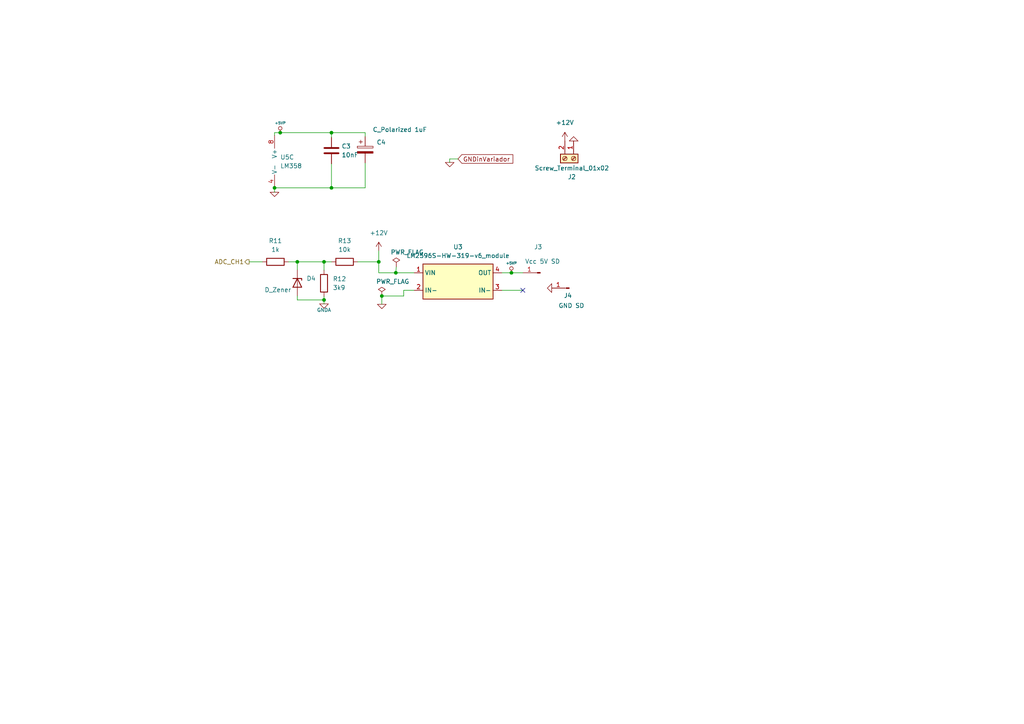
<source format=kicad_sch>
(kicad_sch (version 20211123) (generator eeschema)
  (paper "A4")
  (title_block (title "Datalogger para SCTV") (date "2023-10-20") (rev "1.0") (company "Servicio Meteorológico Nacional - FIUBA - UBA") (comment 1 "poner repo") (comment 2 "Autores y Licencia del poncho: Cristian Aranda (FIUBA), ver archivo licence.txt") (comment 3 "Autor del poncho: Cristian Zozimo Aranda Cordero.  Ver directorio \"doc\"") (comment 4 "CÓDIGO PONCHO: DT1"))
  (lib_symbols
    (symbol "Amplifier_Operational:LM358" (pin_names (offset 0.127))
      (property "Reference" "U" (at 0 5.08 0))
      (property "Value" "LM358" (at 0 -5.08 0))
      (symbol "LM358_1_1"
        (polyline (pts (xy -5.08 5.08) (xy 5.08 0) (xy -5.08 -5.08) (xy -5.08 5.08)) (stroke (width 0.254)) (fill (type background)))
        (pin output line (at 7.62 0 180) (length 2.54) (name "~") (number "1"))
        (pin input line (at -7.62 -2.54 0) (length 2.54) (name "-") (number "2"))
        (pin input line (at -7.62 2.54 0) (length 2.54) (name "+") (number "3"))
      )
      (symbol "LM358_2_1"
        (polyline (pts (xy -5.08 5.08) (xy 5.08 0) (xy -5.08 -5.08) (xy -5.08 5.08)) (stroke (width 0.254)) (fill (type background)))
        (pin input line (at -7.62 2.54 0) (length 2.54) (name "+") (number "5"))
        (pin input line (at -7.62 -2.54 0) (length 2.54) (name "-") (number "6"))
        (pin output line (at 7.62 0 180) (length 2.54) (name "~") (number "7"))
      )
      (symbol "LM358_3_1"
        (pin power_in line (at -2.54 -7.62 90) (length 3.81) (name "V-") (number "4"))
        (pin power_in line (at -2.54 7.62 270) (length 3.81) (name "V+") (number "8"))
      )
    )
    (symbol "Connector:Conn_01x01_Male" (pin_names (offset 1.016) hide)
      (property "Reference" "J" (at 0 2.54 0))
      (property "Value" "Conn_01x01_Male" (at 0 -2.54 0))
      (symbol "Conn_01x01_Male_1_1"
        (polyline (pts (xy 1.27 0) (xy 0.8636 0)) (stroke (width 0.1524)))
        (rectangle (start 0.8636 0.127) (end 0 -0.127) (stroke (width 0.1524)) (fill (type outline)))
        (pin passive line (at 5.08 0 180) (length 3.81) (name "Pin_1") (number "1"))
      )
    )
    (symbol "Connector:Screw_Terminal_01x02" (pin_names (offset 1.016) hide)
      (property "Reference" "J" (at 0 2.54 0))
      (property "Value" "Screw_Terminal_01x02" (at 0 -5.08 0))
      (symbol "Screw_Terminal_01x02_1_1"
        (rectangle (start -1.27 1.27) (end 1.27 -3.81) (stroke (width 0.254)) (fill (type background)))
        (circle (center 0 -2.54) (radius 0.635) (stroke (width 0.1524)))
        (polyline (pts (xy -0.5334 -2.2098) (xy 0.3302 -3.048)) (stroke (width 0.1524)))
        (polyline (pts (xy -0.5334 0.3302) (xy 0.3302 -0.508)) (stroke (width 0.1524)))
        (polyline (pts (xy -0.3556 -2.032) (xy 0.508 -2.8702)) (stroke (width 0.1524)))
        (polyline (pts (xy -0.3556 0.508) (xy 0.508 -0.3302)) (stroke (width 0.1524)))
        (circle (center 0 0) (radius 0.635) (stroke (width 0.1524)))
        (pin passive line (at -5.08 0 0) (length 3.81) (name "Pin_1") (number "1"))
        (pin passive line (at -5.08 -2.54 0) (length 3.81) (name "Pin_2") (number "2"))
      )
    )
    (symbol "Device:C" (pin_numbers hide) (pin_names (offset 0.254))
      (property "Reference" "C" (at 0.635 2.54 0))
      (property "Value" "C" (at 0.635 -2.54 0))
      (symbol "C_0_1"
        (polyline (pts (xy -2.032 -0.762) (xy 2.032 -0.762)) (stroke (width 0.508)))
        (polyline (pts (xy -2.032 0.762) (xy 2.032 0.762)) (stroke (width 0.508)))
      )
      (symbol "C_1_1"
        (pin passive line (at 0 3.81 270) (length 2.794) (name "~") (number "1"))
        (pin passive line (at 0 -3.81 90) (length 2.794) (name "~") (number "2"))
      )
    )
    (symbol "Device:C_Polarized" (pin_numbers hide) (pin_names (offset 0.254))
      (property "Reference" "C" (at 0.635 2.54 0))
      (property "Value" "C_Polarized" (at 0.635 -2.54 0))
      (symbol "C_Polarized_0_1"
        (rectangle (start -2.286 0.508) (end 2.286 1.016))
        (polyline (pts (xy -1.778 2.286) (xy -0.762 2.286)))
        (polyline (pts (xy -1.27 2.794) (xy -1.27 1.778)))
        (rectangle (start 2.286 -0.508) (end -2.286 -1.016) (fill (type outline)))
      )
      (symbol "C_Polarized_1_1"
        (pin passive line (at 0 3.81 270) (length 2.794) (name "~") (number "1"))
        (pin passive line (at 0 -3.81 90) (length 2.794) (name "~") (number "2"))
      )
    )
    (symbol "Device:D_Zener" (pin_numbers hide) (pin_names (offset 1.016) hide)
      (property "Reference" "D" (at 0 2.54 0))
      (property "Value" "D_Zener" (at 0 -2.54 0))
      (symbol "D_Zener_0_1"
        (polyline (pts (xy 1.27 0) (xy -1.27 0)))
        (polyline (pts (xy -1.27 -1.27) (xy -1.27 1.27) (xy -0.762 1.27)) (stroke (width 0.254)))
        (polyline (pts (xy 1.27 -1.27) (xy 1.27 1.27) (xy -1.27 0) (xy 1.27 -1.27)) (stroke (width 0.254)))
      )
      (symbol "D_Zener_1_1"
        (pin passive line (at -3.81 0 0) (length 2.54) (name "K") (number "1"))
        (pin passive line (at 3.81 0 180) (length 2.54) (name "A") (number "2"))
      )
    )
    (symbol "Device:R" (pin_numbers hide) (pin_names (offset 0))
      (property "Reference" "R" (at 2.032 0 90))
      (property "Value" "R" (at 0 0 90))
      (symbol "R_0_1"
        (rectangle (start -1.016 -2.54) (end 1.016 2.54) (stroke (width 0.254)))
      )
      (symbol "R_1_1"
        (pin passive line (at 0 3.81 270) (length 1.27) (name "~") (number "1"))
        (pin passive line (at 0 -3.81 90) (length 1.27) (name "~") (number "2"))
      )
    )
    (symbol "Misc_Poncho_Grande:+5VP" (power) (pin_names (offset 1.016))
      (property "Value" "+5VP" (at 0 2.286 0))
      (symbol "+5VP_0_0"
        (pin power_in line (at 0 0 90) (length 0) hide (name "+5VP") (number "1"))
      )
      (symbol "+5VP_0_1"
        (polyline (pts (xy 0 0) (xy 0 0.762) (xy 0 0.762) (xy 0 0.762)))
        (circle (center 0 1.27) (radius 0.508))
      )
    )
    (symbol "Misc_Poncho_Grande:GND" (power) (pin_names (offset 0))
      (symbol "GND_0_1"
        (polyline (pts (xy -1.27 0) (xy 0 -1.27) (xy 1.27 0) (xy -1.27 0)))
      )
      (symbol "GND_1_1"
        (pin power_in line (at 0 0 90) (length 0) hide (name "GND") (number "1"))
      )
    )
    (symbol "Misc_Poncho_Grande:GNDA" (power) (pin_names (offset 0))
      (property "Value" "GNDA" (at 0 -1.778 0))
      (symbol "GNDA_0_1"
        (polyline (pts (xy -1.27 0) (xy 0 -1.27) (xy 1.27 0) (xy -1.27 0)))
      )
      (symbol "GNDA_1_1"
        (pin power_in line (at 0 0 90) (length 0) hide (name "GNDA") (number "1"))
      )
    )
    (symbol "New_Library:LM2596S-HW-319-v6_module"
      (property "Reference" "U3" (at 0 21.971 0))
      (property "Value" "LM2596S-HW-319-v6_module" (at 0 19.431 0))
      (symbol "LM2596S-HW-319-v6_module_0_1"
        (rectangle (start -10.16 16.51) (end 10.16 6.35) (stroke (width 0.254)) (fill (type background)))
      )
      (symbol "LM2596S-HW-319-v6_module_1_1"
        (pin power_in line (at -12.7 13.97 0) (length 2.54) (name "VIN") (number "1"))
        (pin power_in line (at -12.7 8.89 0) (length 2.54) (name "IN-") (number "2"))
        (pin power_out line (at 12.7 8.89 180) (length 2.54) (name "IN-") (number "3"))
        (pin power_out line (at 12.7 13.97 180) (length 2.54) (name "OUT") (number "4"))
      )
    )
    (symbol "power:+12V" (power) (pin_names (offset 0))
      (property "Value" "+12V" (at 0 3.556 0))
      (symbol "+12V_0_1"
        (polyline (pts (xy -0.762 1.27) (xy 0 2.54)))
        (polyline (pts (xy 0 0) (xy 0 2.54)))
        (polyline (pts (xy 0 2.54) (xy 0.762 1.27)))
      )
      (symbol "+12V_1_1"
        (pin power_in line (at 0 0 90) (length 0) hide (name "+12V") (number "1"))
      )
    )
    (symbol "power:PWR_FLAG" (power) (pin_numbers hide) (pin_names (offset 0) hide)
      (property "Value" "PWR_FLAG" (at 0 3.81 0))
      (symbol "PWR_FLAG_0_0"
        (pin power_out line (at 0 0 90) (length 0) (name "pwr") (number "1"))
      )
      (symbol "PWR_FLAG_0_1"
        (polyline (pts (xy 0 0) (xy 0 1.27) (xy -1.016 1.905) (xy 0 2.54) (xy 1.016 1.905) (xy 0 1.27)))
      )
    )
  )
  (junction (at 110.744 85.852))
  (junction (at 96.139 54.483))
  (junction (at 148.336 79.121))
  (junction (at 109.855 75.946))
  (junction (at 96.139 38.481))
  (junction (at 114.808 79.121))
  (junction (at 93.98 86.995))
  (junction (at 93.98 75.946))
  (junction (at 79.629 54.483))
  (junction (at 86.233 75.946))
  (junction (at 81.28 38.481))
  (no_connect (at 151.638 84.201))
  (wire (pts (xy 79.629 38.481) (xy 81.28 38.481)))
  (wire (pts (xy 86.233 75.946) (xy 93.98 75.946)))
  (wire (pts (xy 81.28 38.481) (xy 96.139 38.481)))
  (wire (pts (xy 120.142 84.201) (xy 117.094 84.201)))
  (wire (pts (xy 114.808 79.121) (xy 109.855 79.121)))
  (wire (pts (xy 96.139 75.946) (xy 93.98 75.946)))
  (wire (pts (xy 96.139 38.481) (xy 105.918 38.481)))
  (wire (pts (xy 105.918 54.483) (xy 105.918 47.244)))
  (wire (pts (xy 148.336 79.121) (xy 151.638 79.121)))
  (wire (pts (xy 109.855 75.946) (xy 109.855 79.121)))
  (wire (pts (xy 93.98 85.979) (xy 93.98 86.995)))
  (wire (pts (xy 145.542 79.121) (xy 148.336 79.121)))
  (wire (pts (xy 96.139 54.483) (xy 96.139 47.498)))
  (wire (pts (xy 79.629 38.481) (xy 79.629 39.243)))
  (wire (pts (xy 96.139 38.481) (xy 96.139 39.878)))
  (wire (pts (xy 105.918 38.481) (xy 105.918 39.624)))
  (wire (pts (xy 130.429 46.101) (xy 130.429 47.117)))
  (wire (pts (xy 96.139 54.483) (xy 105.918 54.483)))
  (wire (pts (xy 86.233 86.995) (xy 93.98 86.995)))
  (wire (pts (xy 114.808 79.121) (xy 120.142 79.121)))
  (wire (pts (xy 114.935 77.343) (xy 114.808 79.121)))
  (wire (pts (xy 79.629 54.483) (xy 96.139 54.483)))
  (wire (pts (xy 103.759 75.946) (xy 109.855 75.946)))
  (wire (pts (xy 83.693 75.946) (xy 86.233 75.946)))
  (wire (pts (xy 110.744 85.852) (xy 110.744 88.265)))
  (wire (pts (xy 86.233 85.852) (xy 86.233 86.995)))
  (wire (pts (xy 109.855 72.771) (xy 109.855 75.946)))
  (wire (pts (xy 93.98 75.946) (xy 93.98 78.359)))
  (wire (pts (xy 79.629 54.483) (xy 79.629 55.753)))
  (wire (pts (xy 93.98 86.995) (xy 93.98 88.138)))
  (wire (pts (xy 86.233 75.946) (xy 86.233 78.232)))
  (wire (pts (xy 132.842 46.101) (xy 130.429 46.101)))
  (wire (pts (xy 72.263 75.946) (xy 76.073 75.946)))
  (wire (pts (xy 110.744 85.852) (xy 117.094 85.852)))
  (wire (pts (xy 145.542 84.201) (xy 151.638 84.201)))
  (wire (pts (xy 117.094 85.852) (xy 117.094 84.201)))
  (global_label "GNDinVariador" (shape input) (at 132.842 46.101 0) (property "Intersheet References" "${INTERSHEET_REFS}" (effects hide)))
  (hierarchical_label "ADC_CH1" (shape output) (at 72.263 75.946 180))
  (symbol (lib_id "Misc_Poncho_Grande:GND") (at 166.37 40.894 180) (unit 1)
    (property "Reference" "#PWR033" (effects hide))
    (property "Value" "GND" (effects hide))
  )
  (symbol (lib_id "Misc_Poncho_Grande:+5VP") (at 81.28 38.481 0) (unit 1)
    (property "Reference" "#PWR02" (effects hide))
    (property "Value" "+5VP" (at 81.28 35.687 0) (effects (font (size 0.762 0.762))))
  )
  (symbol (lib_id "Device:C") (at 96.139 43.688 0) (unit 1)
    (property "Reference" "C3" (at 99.06 42.4179 0) (effects (justify left)))
    (property "Value" "10nF" (at 99.06 44.9579 0) (effects (justify left)))
    (property "Footprint" "Capacitor_SMD:C_1206_3216Metric" (effects hide))
  )
  (symbol (lib_id "power:+12V") (at 109.855 72.771 0) (unit 1)
    (property "Reference" "#PWR025" (effects hide))
    (property "Value" "+12V" (at 109.855 67.564 0))
  )
  (symbol (lib_id "power:+12V") (at 163.83 40.894 0) (unit 1)
    (property "Reference" "#PWR034" (effects hide))
    (property "Value" "+12V" (at 163.83 35.56 0))
  )
  (symbol (lib_id "Misc_Poncho_Grande:GNDA") (at 93.98 88.138 0) (unit 1)
    (property "Reference" "#PWR0106" (effects hide))
    (property "Value" "GNDA" (at 93.98 89.916 0) (effects (font (size 1.016 1.016))))
  )
  (symbol (lib_id "power:PWR_FLAG") (at 110.744 85.852 0) (unit 1)
    (property "Reference" "#FLG0101" (effects hide))
    (property "Value" "PWR_FLAG" (at 113.919 81.661 0))
  )
  (symbol (lib_id "Misc_Poncho_Grande:GND") (at 160.02 83.566 270) (unit 1)
    (property "Reference" "#PWR019" (effects hide))
    (property "Value" "GND" (effects hide))
  )
  (symbol (lib_id "Connector:Conn_01x01_Male") (at 165.1 83.566 180) (unit 1)
    (property "Reference" "J4" (at 164.719 85.725 0))
    (property "Value" "GND SD" (at 165.735 88.646 0))
    (property "Footprint" "Connector_PinHeader_2.54mm:PinHeader_1x01_P2.54mm_Vertical" (effects hide))
  )
  (symbol (lib_id "Device:R") (at 79.883 75.946 90) (unit 1)
    (property "Reference" "R11" (at 79.883 69.85 90))
    (property "Value" "1k" (at 79.883 72.39 90))
    (property "Footprint" "Resistor_SMD:R_1206_3216Metric" (effects hide))
  )
  (symbol (lib_id "Device:D_Zener") (at 86.233 82.042 270) (unit 1)
    (property "Reference" "D4" (at 88.9 80.7719 90) (effects (justify left)))
    (property "Value" "D_Zener" (at 76.708 84.074 90) (effects (justify left)))
    (property "Footprint" "Diode_THT:D_DO-34_SOD68_P7.62mm_Horizontal" (effects hide))
  )
  (symbol (lib_id "Device:R") (at 99.949 75.946 270) (unit 1)
    (property "Reference" "R13" (at 99.949 69.85 90))
    (property "Value" "10k" (at 99.949 72.39 90))
    (property "Footprint" "Resistor_SMD:R_1206_3216Metric" (effects hide))
  )
  (symbol (lib_id "Connector:Conn_01x01_Male") (at 156.718 79.121 180) (unit 1)
    (property "Reference" "J3" (at 156.083 71.628 0))
    (property "Value" "Vcc 5V SD" (at 157.353 75.819 0))
    (property "Footprint" "Connector_PinHeader_2.54mm:PinHeader_1x01_P2.54mm_Vertical" (effects hide))
  )
  (symbol (lib_id "Misc_Poncho_Grande:GND") (at 110.744 88.265 0) (unit 1)
    (property "Reference" "#PWR026" (effects hide))
    (property "Value" "GND" (effects hide))
  )
  (symbol (lib_id "power:PWR_FLAG") (at 114.935 77.343 0) (unit 1)
    (property "Reference" "#FLG03" (effects hide))
    (property "Value" "PWR_FLAG" (at 118.11 73.152 0))
  )
  (symbol (lib_id "Device:R") (at 93.98 82.169 0) (unit 1)
    (property "Reference" "R12" (at 96.52 80.8989 0) (effects (justify left)))
    (property "Value" "3k9" (at 96.52 83.4389 0) (effects (justify left)))
    (property "Footprint" "Resistor_SMD:R_1206_3216Metric" (effects hide))
  )
  (symbol (lib_id "Misc_Poncho_Grande:GND") (at 130.429 47.117 0) (unit 1)
    (property "Reference" "#PWR07" (effects hide))
    (property "Value" "GND" (effects hide))
  )
  (symbol (lib_id "Misc_Poncho_Grande:GND") (at 79.629 55.753 0) (unit 1)
    (property "Reference" "#PWR06" (effects hide))
    (property "Value" "GND" (effects hide))
  )
  (symbol (lib_id "Misc_Poncho_Grande:+5VP") (at 148.336 79.121 0) (unit 1)
    (property "Reference" "#PWR0107" (effects hide))
    (property "Value" "+5VP" (at 148.336 76.327 0) (effects (font (size 0.762 0.762))))
  )
  (symbol (lib_id "Amplifier_Operational:LM358") (at 82.169 46.863 0) (unit 3)
    (property "Reference" "U5" (at 81.28 45.5929 0) (effects (justify left)))
    (property "Value" "LM358" (at 81.28 48.1329 0) (effects (justify left)))
    (property "Footprint" "Package_SO:SO-8_3.9x4.9mm_P1.27mm" (effects hide))
    (property "Datasheet" "http://www.ti.com/lit/ds/symlink/lm2904-n.pdf" (effects hide))
  )
  (symbol (lib_id "Connector:Screw_Terminal_01x02") (at 166.37 45.974 270) (unit 1)
    (property "Reference" "J2" (at 165.862 51.308 90))
    (property "Value" "Screw_Terminal_01x02" (at 165.862 48.768 90))
    (property "Footprint" "TerminalBlock:TerminalBlock_Altech_AK300-2_P5.00mm" (effects hide))
  )
  (symbol (lib_id "Device:C_Polarized") (at 105.918 43.434 0) (unit 1)
    (property "Reference" "C4" (at 109.22 41.2749 0) (effects (justify left)))
    (property "Value" "C_Polarized 1uF" (at 108.077 37.592 0) (effects (justify left)))
    (property "Footprint" "Capacitor_SMD:CP_Elec_6.3x9.9" (effects hide))
  )
  (symbol (lib_id "New_Library:LM2596S-HW-319-v6_module") (at 132.842 93.091 0) (unit 1)
    (property "Reference" "U3" (at 132.842 71.628 0))
    (property "Value" "LM2596S-HW-319-v6_module" (at 132.842 74.168 0))
    (property "Footprint" "Modulos:LM2596_StepDown" (effects hide))
  )
)
</source>
